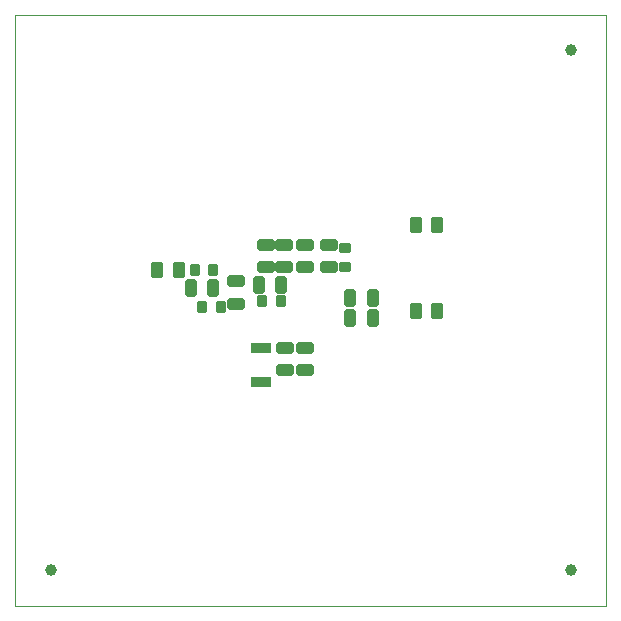
<source format=gbp>
G04*
G04 #@! TF.GenerationSoftware,Altium Limited,Altium Designer,22.3.1 (43)*
G04*
G04 Layer_Color=128*
%FSLAX25Y25*%
%MOIN*%
G70*
G04*
G04 #@! TF.SameCoordinates,697392F4-E1DC-46BD-99ED-7115868F3DC7*
G04*
G04*
G04 #@! TF.FilePolarity,Positive*
G04*
G01*
G75*
%ADD12C,0.00394*%
%ADD27C,0.03937*%
G04:AMPARAMS|DCode=28|XSize=40.35mil|YSize=55.12mil|CornerRadius=4.84mil|HoleSize=0mil|Usage=FLASHONLY|Rotation=0.000|XOffset=0mil|YOffset=0mil|HoleType=Round|Shape=RoundedRectangle|*
%AMROUNDEDRECTD28*
21,1,0.04035,0.04543,0,0,0.0*
21,1,0.03067,0.05512,0,0,0.0*
1,1,0.00969,0.01534,-0.02272*
1,1,0.00969,-0.01534,-0.02272*
1,1,0.00969,-0.01534,0.02272*
1,1,0.00969,0.01534,0.02272*
%
%ADD28ROUNDEDRECTD28*%
G04:AMPARAMS|DCode=29|XSize=39.37mil|YSize=57.09mil|CornerRadius=4.92mil|HoleSize=0mil|Usage=FLASHONLY|Rotation=180.000|XOffset=0mil|YOffset=0mil|HoleType=Round|Shape=RoundedRectangle|*
%AMROUNDEDRECTD29*
21,1,0.03937,0.04724,0,0,180.0*
21,1,0.02953,0.05709,0,0,180.0*
1,1,0.00984,-0.01476,0.02362*
1,1,0.00984,0.01476,0.02362*
1,1,0.00984,0.01476,-0.02362*
1,1,0.00984,-0.01476,-0.02362*
%
%ADD29ROUNDEDRECTD29*%
G04:AMPARAMS|DCode=30|XSize=39.37mil|YSize=57.09mil|CornerRadius=4.92mil|HoleSize=0mil|Usage=FLASHONLY|Rotation=270.000|XOffset=0mil|YOffset=0mil|HoleType=Round|Shape=RoundedRectangle|*
%AMROUNDEDRECTD30*
21,1,0.03937,0.04724,0,0,270.0*
21,1,0.02953,0.05709,0,0,270.0*
1,1,0.00984,-0.02362,-0.01476*
1,1,0.00984,-0.02362,0.01476*
1,1,0.00984,0.02362,0.01476*
1,1,0.00984,0.02362,-0.01476*
%
%ADD30ROUNDEDRECTD30*%
%ADD62R,0.06890X0.03740*%
G04:AMPARAMS|DCode=63|XSize=34.45mil|YSize=37.4mil|CornerRadius=4.31mil|HoleSize=0mil|Usage=FLASHONLY|Rotation=180.000|XOffset=0mil|YOffset=0mil|HoleType=Round|Shape=RoundedRectangle|*
%AMROUNDEDRECTD63*
21,1,0.03445,0.02879,0,0,180.0*
21,1,0.02584,0.03740,0,0,180.0*
1,1,0.00861,-0.01292,0.01440*
1,1,0.00861,0.01292,0.01440*
1,1,0.00861,0.01292,-0.01440*
1,1,0.00861,-0.01292,-0.01440*
%
%ADD63ROUNDEDRECTD63*%
G04:AMPARAMS|DCode=64|XSize=34.45mil|YSize=37.4mil|CornerRadius=4.31mil|HoleSize=0mil|Usage=FLASHONLY|Rotation=90.000|XOffset=0mil|YOffset=0mil|HoleType=Round|Shape=RoundedRectangle|*
%AMROUNDEDRECTD64*
21,1,0.03445,0.02879,0,0,90.0*
21,1,0.02584,0.03740,0,0,90.0*
1,1,0.00861,0.01440,0.01292*
1,1,0.00861,0.01440,-0.01292*
1,1,0.00861,-0.01440,-0.01292*
1,1,0.00861,-0.01440,0.01292*
%
%ADD64ROUNDEDRECTD64*%
D12*
X-98425Y98425D02*
X98425D01*
Y-98425D02*
Y98425D01*
X-98425Y-98425D02*
X98425D01*
X-98425D02*
Y98425D01*
D27*
X86614Y-86614D02*
D03*
X-86614D02*
D03*
X86614Y86614D02*
D03*
D28*
X35000Y28597D02*
D03*
X42185D02*
D03*
X35000Y-337D02*
D03*
X42185D02*
D03*
X-43907Y13500D02*
D03*
X-51092D02*
D03*
D29*
X-39880Y7500D02*
D03*
X-32400D02*
D03*
X13150Y-2500D02*
D03*
X20630D02*
D03*
X-9760Y8500D02*
D03*
X-17240D02*
D03*
X13150Y4000D02*
D03*
X20630D02*
D03*
D30*
X-25000Y9630D02*
D03*
Y2150D02*
D03*
X-8609Y-12441D02*
D03*
Y-19921D02*
D03*
X6000Y21929D02*
D03*
Y14449D02*
D03*
X-1998Y-12441D02*
D03*
Y-19921D02*
D03*
X-2000Y14449D02*
D03*
Y21929D02*
D03*
X-8724Y14449D02*
D03*
Y21929D02*
D03*
X-15000Y21929D02*
D03*
Y14449D02*
D03*
D62*
X-16500Y-12441D02*
D03*
Y-24055D02*
D03*
D63*
X-36100Y1000D02*
D03*
X-29900D02*
D03*
X-9900Y3000D02*
D03*
X-16100D02*
D03*
X-38600Y13500D02*
D03*
X-32400D02*
D03*
D64*
X11500Y20650D02*
D03*
Y14449D02*
D03*
M02*

</source>
